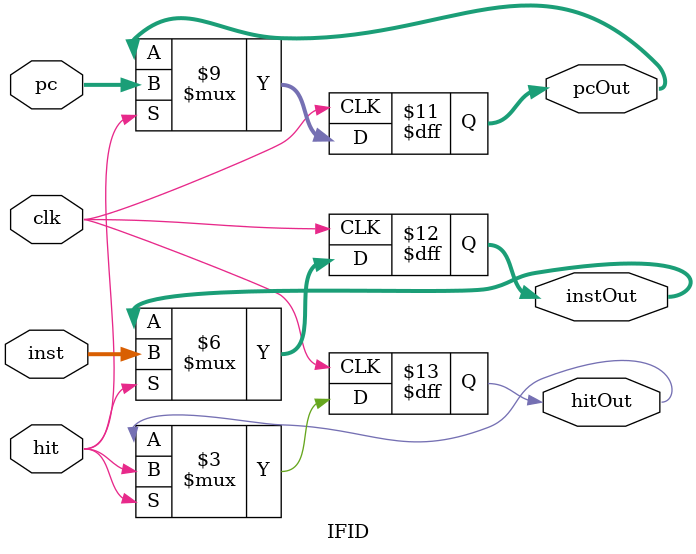
<source format=v>
`timescale 1ns / 1ps

module IFID(
  input clk,
  input[63:0] pc,
  input[31:0] inst,
  input hit,
  
  output reg[63:0] pcOut,
  output reg[31:0] instOut,
  output reg hitOut
    );
   
   always @ (negedge clk) begin
    if (hit) begin
      pcOut = pc;
      instOut = inst;
      hitOut = hit;
    end
   end


endmodule


</source>
